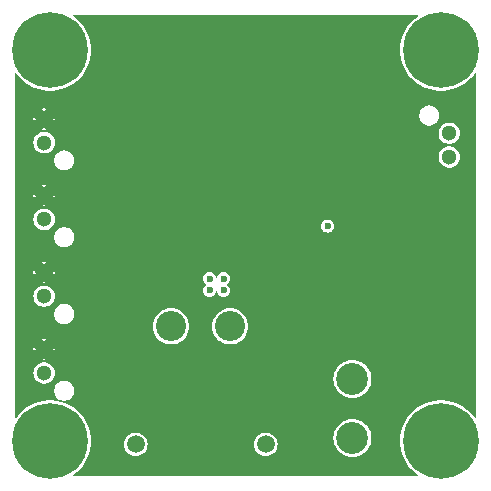
<source format=gbr>
%TF.GenerationSoftware,KiCad,Pcbnew,8.0.2*%
%TF.CreationDate,2024-05-06T11:08:46+09:00*%
%TF.ProjectId,5V-3A-BEC,35562d33-412d-4424-9543-2e6b69636164,0.1*%
%TF.SameCoordinates,Original*%
%TF.FileFunction,Copper,L2,Inr*%
%TF.FilePolarity,Positive*%
%FSLAX46Y46*%
G04 Gerber Fmt 4.6, Leading zero omitted, Abs format (unit mm)*
G04 Created by KiCad (PCBNEW 8.0.2) date 2024-05-06 11:08:46*
%MOMM*%
%LPD*%
G01*
G04 APERTURE LIST*
%TA.AperFunction,ComponentPad*%
%ADD10C,1.300000*%
%TD*%
%TA.AperFunction,ComponentPad*%
%ADD11C,0.800000*%
%TD*%
%TA.AperFunction,ComponentPad*%
%ADD12C,6.400000*%
%TD*%
%TA.AperFunction,ComponentPad*%
%ADD13C,2.550000*%
%TD*%
%TA.AperFunction,ComponentPad*%
%ADD14C,1.500000*%
%TD*%
%TA.AperFunction,ComponentPad*%
%ADD15C,2.700000*%
%TD*%
%TA.AperFunction,ViaPad*%
%ADD16C,0.600000*%
%TD*%
G04 APERTURE END LIST*
D10*
%TO.N,Net-(IC1-ENA)*%
%TO.C,J1*%
X134700000Y-113500000D03*
%TO.N,GND*%
X134700000Y-115500000D03*
%TD*%
%TO.N,GND*%
%TO.C,J6*%
X100400000Y-127300000D03*
%TO.N,+5V*%
X100400000Y-125300000D03*
%TD*%
D11*
%TO.N,N/C*%
%TO.C,H4*%
X131600000Y-106450001D03*
X132302944Y-104752945D03*
X132302944Y-108147057D03*
X134000000Y-104050001D03*
D12*
X134000000Y-106450001D03*
D11*
X134000000Y-108850001D03*
X135697056Y-104752945D03*
X135697056Y-108147057D03*
X136400000Y-106450001D03*
%TD*%
D10*
%TO.N,GND*%
%TO.C,J5*%
X100400000Y-120800000D03*
%TO.N,+5V*%
X100400000Y-118800000D03*
%TD*%
D11*
%TO.N,N/C*%
%TO.C,H1*%
X98500000Y-106450001D03*
X99202944Y-104752945D03*
X99202944Y-108147057D03*
X100900000Y-104050001D03*
D12*
X100900000Y-106450001D03*
D11*
X100900000Y-108850001D03*
X102597056Y-104752945D03*
X102597056Y-108147057D03*
X103300000Y-106450001D03*
%TD*%
D10*
%TO.N,GND*%
%TO.C,J7*%
X100400000Y-133800000D03*
%TO.N,+5V*%
X100400000Y-131800000D03*
%TD*%
D13*
%TO.N,GND*%
%TO.C,J2*%
X116150000Y-129850000D03*
%TO.N,+BATT*%
X111150000Y-129850000D03*
D14*
%TO.N,GND*%
X108150000Y-139850000D03*
X119150000Y-139850000D03*
%TD*%
D11*
%TO.N,N/C*%
%TO.C,H2*%
X98500000Y-139550001D03*
X99202944Y-137852945D03*
X99202944Y-141247057D03*
X100900000Y-137150001D03*
D12*
X100900000Y-139550001D03*
D11*
X100900000Y-141950001D03*
X102597056Y-137852945D03*
X102597056Y-141247057D03*
X103300000Y-139550001D03*
%TD*%
D15*
%TO.N,GND*%
%TO.C,J3*%
X126500000Y-139300000D03*
%TO.N,+BATT*%
X126500000Y-134300000D03*
%TD*%
D10*
%TO.N,GND*%
%TO.C,J4*%
X100400000Y-114300000D03*
%TO.N,+5V*%
X100400000Y-112300000D03*
%TD*%
D11*
%TO.N,N/C*%
%TO.C,H3*%
X131600000Y-139550001D03*
X132302944Y-137852945D03*
X132302944Y-141247057D03*
X134000000Y-137150001D03*
D12*
X134000000Y-139550001D03*
D11*
X134000000Y-141950001D03*
X135697056Y-137852945D03*
X135697056Y-141247057D03*
X136400000Y-139550001D03*
%TD*%
D16*
%TO.N,GND*%
X114400000Y-125800000D03*
X115600000Y-125800000D03*
X115600000Y-126800000D03*
X114400000Y-126800000D03*
%TO.N,+5V*%
X135500000Y-126750000D03*
%TO.N,Net-(IC1-ENA)*%
X124400000Y-121350000D03*
%TD*%
%TA.AperFunction,Conductor*%
%TO.N,+5V*%
G36*
X132060948Y-103514853D02*
G01*
X132075300Y-103549501D01*
X132060948Y-103584149D01*
X132055956Y-103588507D01*
X131760319Y-103813245D01*
X131760315Y-103813248D01*
X131760308Y-103813254D01*
X131488367Y-104070851D01*
X131488357Y-104070861D01*
X131245853Y-104356360D01*
X131035643Y-104666395D01*
X131035639Y-104666403D01*
X130860176Y-104997362D01*
X130860174Y-104997367D01*
X130721524Y-105345352D01*
X130721521Y-105345361D01*
X130621309Y-105706293D01*
X130560706Y-106075958D01*
X130560705Y-106075962D01*
X130540426Y-106449999D01*
X130540426Y-106450002D01*
X130560705Y-106824039D01*
X130560705Y-106824041D01*
X130560706Y-106824047D01*
X130609188Y-107119775D01*
X130621309Y-107193708D01*
X130721521Y-107554640D01*
X130721524Y-107554649D01*
X130860174Y-107902634D01*
X130860176Y-107902639D01*
X131035639Y-108233598D01*
X131035643Y-108233606D01*
X131245853Y-108543641D01*
X131488357Y-108829140D01*
X131488365Y-108829148D01*
X131760319Y-109086757D01*
X132058532Y-109313452D01*
X132058539Y-109313457D01*
X132240562Y-109422976D01*
X132379506Y-109506576D01*
X132506498Y-109565329D01*
X132719474Y-109663863D01*
X133074465Y-109783474D01*
X133074467Y-109783474D01*
X133366085Y-109847663D01*
X133440289Y-109863997D01*
X133440293Y-109863998D01*
X133440294Y-109863998D01*
X133440303Y-109864000D01*
X133812702Y-109904501D01*
X133812707Y-109904501D01*
X134187293Y-109904501D01*
X134187298Y-109904501D01*
X134559697Y-109864000D01*
X134925534Y-109783474D01*
X135280520Y-109663865D01*
X135280522Y-109663863D01*
X135280525Y-109663863D01*
X135366508Y-109624082D01*
X135620494Y-109506576D01*
X135941468Y-109313452D01*
X136239681Y-109086757D01*
X136511635Y-108829148D01*
X136754143Y-108543646D01*
X136859943Y-108387601D01*
X136891266Y-108366978D01*
X136927998Y-108374543D01*
X136948622Y-108405866D01*
X136949500Y-108415100D01*
X136949500Y-137584900D01*
X136935148Y-137619548D01*
X136900500Y-137633900D01*
X136865852Y-137619548D01*
X136859943Y-137612398D01*
X136754146Y-137456360D01*
X136511642Y-137170861D01*
X136511632Y-137170851D01*
X136239691Y-136913254D01*
X136239688Y-136913252D01*
X136239681Y-136913245D01*
X135941468Y-136686550D01*
X135941467Y-136686549D01*
X135941460Y-136686544D01*
X135620492Y-136493425D01*
X135280525Y-136336138D01*
X134925534Y-136216527D01*
X134925527Y-136216526D01*
X134559710Y-136136004D01*
X134559706Y-136136003D01*
X134559697Y-136136002D01*
X134187298Y-136095501D01*
X133812702Y-136095501D01*
X133502697Y-136129216D01*
X133440293Y-136136003D01*
X133440289Y-136136004D01*
X133074472Y-136216526D01*
X133074465Y-136216527D01*
X132719474Y-136336138D01*
X132379507Y-136493425D01*
X132058539Y-136686544D01*
X131904813Y-136803403D01*
X131760319Y-136913245D01*
X131760315Y-136913248D01*
X131760308Y-136913254D01*
X131488367Y-137170851D01*
X131488357Y-137170861D01*
X131245853Y-137456360D01*
X131035643Y-137766395D01*
X131035639Y-137766403D01*
X130860176Y-138097362D01*
X130860174Y-138097367D01*
X130721524Y-138445352D01*
X130721521Y-138445361D01*
X130621309Y-138806293D01*
X130603082Y-138917472D01*
X130567212Y-139136275D01*
X130560706Y-139175958D01*
X130560705Y-139175962D01*
X130540426Y-139549999D01*
X130540426Y-139550002D01*
X130560705Y-139924039D01*
X130560705Y-139924041D01*
X130560706Y-139924047D01*
X130609188Y-140219775D01*
X130621309Y-140293708D01*
X130721521Y-140654640D01*
X130721524Y-140654649D01*
X130860174Y-141002634D01*
X130860176Y-141002639D01*
X131035639Y-141333598D01*
X131035643Y-141333606D01*
X131245853Y-141643641D01*
X131488357Y-141929140D01*
X131488365Y-141929148D01*
X131760319Y-142186757D01*
X131970340Y-142346410D01*
X132055954Y-142411492D01*
X132074851Y-142443886D01*
X132065309Y-142480155D01*
X132032915Y-142499052D01*
X132026300Y-142499501D01*
X102873700Y-142499501D01*
X102839052Y-142485149D01*
X102824700Y-142450501D01*
X102839052Y-142415853D01*
X102844046Y-142411492D01*
X103139681Y-142186757D01*
X103411635Y-141929148D01*
X103654143Y-141643646D01*
X103864361Y-141333598D01*
X104039824Y-141002638D01*
X104178476Y-140654648D01*
X104278691Y-140293707D01*
X104339294Y-139924047D01*
X104343309Y-139849999D01*
X107140640Y-139849999D01*
X107140640Y-139850000D01*
X107160034Y-140046912D01*
X107160035Y-140046916D01*
X107217473Y-140236265D01*
X107248177Y-140293708D01*
X107310751Y-140410775D01*
X107436273Y-140563723D01*
X107436276Y-140563726D01*
X107589225Y-140689248D01*
X107589224Y-140689248D01*
X107589227Y-140689249D01*
X107589230Y-140689252D01*
X107763735Y-140782527D01*
X107953084Y-140839965D01*
X108150000Y-140859360D01*
X108346916Y-140839965D01*
X108536265Y-140782527D01*
X108710770Y-140689252D01*
X108863725Y-140563725D01*
X108989252Y-140410770D01*
X109082527Y-140236265D01*
X109139965Y-140046916D01*
X109159360Y-139850000D01*
X109159360Y-139849999D01*
X118140640Y-139849999D01*
X118140640Y-139850000D01*
X118160034Y-140046912D01*
X118160035Y-140046916D01*
X118217473Y-140236265D01*
X118248177Y-140293708D01*
X118310751Y-140410775D01*
X118436273Y-140563723D01*
X118436276Y-140563726D01*
X118589225Y-140689248D01*
X118589224Y-140689248D01*
X118589227Y-140689249D01*
X118589230Y-140689252D01*
X118763735Y-140782527D01*
X118953084Y-140839965D01*
X119150000Y-140859360D01*
X119346916Y-140839965D01*
X119536265Y-140782527D01*
X119710770Y-140689252D01*
X119863725Y-140563725D01*
X119989252Y-140410770D01*
X120082527Y-140236265D01*
X120139965Y-140046916D01*
X120159360Y-139850000D01*
X120139965Y-139653084D01*
X120082527Y-139463735D01*
X119995009Y-139300000D01*
X124890539Y-139300000D01*
X124910354Y-139551777D01*
X124969311Y-139797349D01*
X125065961Y-140030683D01*
X125065963Y-140030686D01*
X125197915Y-140246011D01*
X125197919Y-140246017D01*
X125361938Y-140438061D01*
X125509075Y-140563726D01*
X125553983Y-140602081D01*
X125553988Y-140602084D01*
X125769313Y-140734036D01*
X125769316Y-140734038D01*
X125769318Y-140734038D01*
X125769320Y-140734040D01*
X126002649Y-140830688D01*
X126248225Y-140889646D01*
X126500000Y-140909461D01*
X126751775Y-140889646D01*
X126997351Y-140830688D01*
X127230680Y-140734040D01*
X127446017Y-140602081D01*
X127638061Y-140438061D01*
X127802081Y-140246017D01*
X127934040Y-140030680D01*
X128030688Y-139797351D01*
X128089646Y-139551775D01*
X128109461Y-139300000D01*
X128089646Y-139048225D01*
X128030688Y-138802649D01*
X127934040Y-138569320D01*
X127802081Y-138353983D01*
X127778145Y-138325958D01*
X127638061Y-138161938D01*
X127446017Y-137997919D01*
X127446011Y-137997915D01*
X127230686Y-137865963D01*
X127230683Y-137865961D01*
X126997349Y-137769311D01*
X126751777Y-137710354D01*
X126500000Y-137690539D01*
X126248222Y-137710354D01*
X126002650Y-137769311D01*
X125769316Y-137865961D01*
X125769313Y-137865963D01*
X125553988Y-137997915D01*
X125553982Y-137997919D01*
X125361938Y-138161938D01*
X125197919Y-138353982D01*
X125197915Y-138353988D01*
X125065963Y-138569313D01*
X125065961Y-138569316D01*
X124969311Y-138802650D01*
X124910354Y-139048222D01*
X124890539Y-139300000D01*
X119995009Y-139300000D01*
X119989252Y-139289230D01*
X119989249Y-139289227D01*
X119989248Y-139289224D01*
X119863726Y-139136276D01*
X119863723Y-139136273D01*
X119710774Y-139010751D01*
X119710775Y-139010751D01*
X119710771Y-139010748D01*
X119710770Y-139010748D01*
X119536265Y-138917473D01*
X119441590Y-138888754D01*
X119346920Y-138860036D01*
X119346912Y-138860034D01*
X119150000Y-138840640D01*
X118953087Y-138860034D01*
X118953079Y-138860036D01*
X118763738Y-138917472D01*
X118763735Y-138917473D01*
X118763732Y-138917474D01*
X118763731Y-138917475D01*
X118589224Y-139010751D01*
X118436276Y-139136273D01*
X118436273Y-139136276D01*
X118310751Y-139289224D01*
X118217475Y-139463731D01*
X118217472Y-139463738D01*
X118160036Y-139653079D01*
X118160034Y-139653087D01*
X118140640Y-139849999D01*
X109159360Y-139849999D01*
X109139965Y-139653084D01*
X109082527Y-139463735D01*
X108989252Y-139289230D01*
X108989249Y-139289227D01*
X108989248Y-139289224D01*
X108863726Y-139136276D01*
X108863723Y-139136273D01*
X108710774Y-139010751D01*
X108710775Y-139010751D01*
X108710771Y-139010748D01*
X108710770Y-139010748D01*
X108536265Y-138917473D01*
X108441590Y-138888754D01*
X108346920Y-138860036D01*
X108346912Y-138860034D01*
X108150000Y-138840640D01*
X107953087Y-138860034D01*
X107953079Y-138860036D01*
X107763738Y-138917472D01*
X107763735Y-138917473D01*
X107763732Y-138917474D01*
X107763731Y-138917475D01*
X107589224Y-139010751D01*
X107436276Y-139136273D01*
X107436273Y-139136276D01*
X107310751Y-139289224D01*
X107217475Y-139463731D01*
X107217472Y-139463738D01*
X107160036Y-139653079D01*
X107160034Y-139653087D01*
X107140640Y-139849999D01*
X104343309Y-139849999D01*
X104359574Y-139550001D01*
X104339294Y-139175955D01*
X104278691Y-138806295D01*
X104178476Y-138445354D01*
X104039824Y-138097364D01*
X103864361Y-137766404D01*
X103864359Y-137766401D01*
X103864356Y-137766395D01*
X103654146Y-137456360D01*
X103411642Y-137170861D01*
X103411632Y-137170851D01*
X103139691Y-136913254D01*
X103139688Y-136913252D01*
X103139681Y-136913245D01*
X102841468Y-136686550D01*
X102841467Y-136686549D01*
X102841460Y-136686544D01*
X102520492Y-136493425D01*
X102180525Y-136336138D01*
X101825534Y-136216527D01*
X101825527Y-136216526D01*
X101459710Y-136136004D01*
X101459706Y-136136003D01*
X101459697Y-136136002D01*
X101087298Y-136095501D01*
X100712702Y-136095501D01*
X100402697Y-136129216D01*
X100340293Y-136136003D01*
X100340289Y-136136004D01*
X99974472Y-136216526D01*
X99974465Y-136216527D01*
X99619474Y-136336138D01*
X99279507Y-136493425D01*
X98958539Y-136686544D01*
X98804813Y-136803403D01*
X98660319Y-136913245D01*
X98660315Y-136913248D01*
X98660308Y-136913254D01*
X98388367Y-137170851D01*
X98388357Y-137170861D01*
X98145853Y-137456360D01*
X98040057Y-137612398D01*
X98008734Y-137633022D01*
X97972002Y-137625457D01*
X97951378Y-137594134D01*
X97950500Y-137584900D01*
X97950500Y-135216233D01*
X101249500Y-135216233D01*
X101249500Y-135383767D01*
X101260300Y-135438061D01*
X101282183Y-135548079D01*
X101282185Y-135548085D01*
X101346296Y-135702862D01*
X101439371Y-135842159D01*
X101557840Y-135960628D01*
X101697137Y-136053703D01*
X101851918Y-136117816D01*
X102016233Y-136150500D01*
X102016236Y-136150500D01*
X102183764Y-136150500D01*
X102183767Y-136150500D01*
X102348082Y-136117816D01*
X102502863Y-136053703D01*
X102642162Y-135960626D01*
X102760626Y-135842162D01*
X102853703Y-135702863D01*
X102917816Y-135548082D01*
X102950500Y-135383767D01*
X102950500Y-135216233D01*
X102917816Y-135051918D01*
X102853703Y-134897137D01*
X102787027Y-134797349D01*
X102760628Y-134757840D01*
X102642159Y-134639371D01*
X102502862Y-134546296D01*
X102348085Y-134482185D01*
X102348079Y-134482183D01*
X102281816Y-134469002D01*
X102183767Y-134449500D01*
X102016233Y-134449500D01*
X101934451Y-134465767D01*
X101851920Y-134482183D01*
X101851914Y-134482185D01*
X101697137Y-134546296D01*
X101557840Y-134639371D01*
X101439371Y-134757840D01*
X101346296Y-134897137D01*
X101282185Y-135051914D01*
X101282183Y-135051920D01*
X101265767Y-135134451D01*
X101249500Y-135216233D01*
X97950500Y-135216233D01*
X97950500Y-133800000D01*
X99490518Y-133800000D01*
X99510392Y-133989092D01*
X99569147Y-134169920D01*
X99664214Y-134334580D01*
X99791438Y-134475877D01*
X99945259Y-134587635D01*
X100118955Y-134664969D01*
X100304933Y-134704500D01*
X100495067Y-134704500D01*
X100681045Y-134664969D01*
X100854741Y-134587635D01*
X101008562Y-134475877D01*
X101135786Y-134334580D01*
X101155751Y-134300000D01*
X124890539Y-134300000D01*
X124910354Y-134551777D01*
X124969311Y-134797349D01*
X125065961Y-135030683D01*
X125065963Y-135030686D01*
X125197915Y-135246011D01*
X125197919Y-135246017D01*
X125361938Y-135438061D01*
X125490754Y-135548079D01*
X125553983Y-135602081D01*
X125553988Y-135602084D01*
X125769313Y-135734036D01*
X125769316Y-135734038D01*
X125769318Y-135734038D01*
X125769320Y-135734040D01*
X126002649Y-135830688D01*
X126248225Y-135889646D01*
X126500000Y-135909461D01*
X126751775Y-135889646D01*
X126997351Y-135830688D01*
X127230680Y-135734040D01*
X127446017Y-135602081D01*
X127638061Y-135438061D01*
X127802081Y-135246017D01*
X127934040Y-135030680D01*
X128030688Y-134797351D01*
X128089646Y-134551775D01*
X128109461Y-134300000D01*
X128089646Y-134048225D01*
X128030688Y-133802649D01*
X127934040Y-133569320D01*
X127802081Y-133353983D01*
X127726438Y-133265416D01*
X127638061Y-133161938D01*
X127446017Y-132997919D01*
X127446011Y-132997915D01*
X127230686Y-132865963D01*
X127230683Y-132865961D01*
X126997349Y-132769311D01*
X126751777Y-132710354D01*
X126500000Y-132690539D01*
X126248222Y-132710354D01*
X126002650Y-132769311D01*
X125769316Y-132865961D01*
X125769313Y-132865963D01*
X125553988Y-132997915D01*
X125553982Y-132997919D01*
X125361938Y-133161938D01*
X125197919Y-133353982D01*
X125197915Y-133353988D01*
X125065963Y-133569313D01*
X125065961Y-133569316D01*
X124969311Y-133802650D01*
X124910354Y-134048222D01*
X124890539Y-134300000D01*
X101155751Y-134300000D01*
X101230853Y-134169920D01*
X101289608Y-133989092D01*
X101309482Y-133800000D01*
X101289608Y-133610908D01*
X101230853Y-133430080D01*
X101135786Y-133265420D01*
X101008562Y-133124123D01*
X100854741Y-133012365D01*
X100681045Y-132935031D01*
X100681042Y-132935030D01*
X100681038Y-132935029D01*
X100495067Y-132895500D01*
X100304933Y-132895500D01*
X100118961Y-132935029D01*
X100118952Y-132935032D01*
X99977714Y-132997915D01*
X99945259Y-133012365D01*
X99791438Y-133124123D01*
X99791437Y-133124124D01*
X99791433Y-133124127D01*
X99664217Y-133265416D01*
X99664211Y-133265424D01*
X99569149Y-133430076D01*
X99569147Y-133430079D01*
X99569147Y-133430080D01*
X99510392Y-133610908D01*
X99490518Y-133800000D01*
X97950500Y-133800000D01*
X97950500Y-132682767D01*
X100224337Y-132682767D01*
X100224337Y-132682768D01*
X100305406Y-132700000D01*
X100494594Y-132700000D01*
X100575661Y-132682768D01*
X100575661Y-132682767D01*
X100400000Y-132507107D01*
X100224337Y-132682767D01*
X97950500Y-132682767D01*
X97950500Y-131799999D01*
X99495043Y-131799999D01*
X99513859Y-131979033D01*
X99692893Y-131800000D01*
X99692893Y-131799999D01*
X99640233Y-131747339D01*
X100000000Y-131747339D01*
X100000000Y-131852661D01*
X100027259Y-131954394D01*
X100079920Y-132045606D01*
X100154394Y-132120080D01*
X100245606Y-132172741D01*
X100347339Y-132200000D01*
X100452661Y-132200000D01*
X100554394Y-132172741D01*
X100645606Y-132120080D01*
X100720080Y-132045606D01*
X100772741Y-131954394D01*
X100800000Y-131852661D01*
X100800000Y-131799999D01*
X101107107Y-131799999D01*
X101107107Y-131800001D01*
X101286139Y-131979033D01*
X101304956Y-131799999D01*
X101286139Y-131620965D01*
X101107107Y-131799999D01*
X100800000Y-131799999D01*
X100800000Y-131747339D01*
X100772741Y-131645606D01*
X100720080Y-131554394D01*
X100645606Y-131479920D01*
X100554394Y-131427259D01*
X100452661Y-131400000D01*
X100347339Y-131400000D01*
X100245606Y-131427259D01*
X100154394Y-131479920D01*
X100079920Y-131554394D01*
X100027259Y-131645606D01*
X100000000Y-131747339D01*
X99640233Y-131747339D01*
X99513859Y-131620965D01*
X99495043Y-131799999D01*
X97950500Y-131799999D01*
X97950500Y-130917231D01*
X100224337Y-130917231D01*
X100400000Y-131092893D01*
X100400001Y-131092893D01*
X100575661Y-130917231D01*
X100494594Y-130900000D01*
X100305406Y-130900000D01*
X100224338Y-130917231D01*
X100224337Y-130917231D01*
X97950500Y-130917231D01*
X97950500Y-129850000D01*
X109615770Y-129850000D01*
X109634659Y-130090008D01*
X109690860Y-130324103D01*
X109782990Y-130546524D01*
X109782994Y-130546532D01*
X109908778Y-130751792D01*
X109908782Y-130751798D01*
X110065135Y-130934864D01*
X110221489Y-131068402D01*
X110248202Y-131091218D01*
X110453474Y-131217009D01*
X110564685Y-131263074D01*
X110675896Y-131309139D01*
X110784009Y-131335094D01*
X110909994Y-131365341D01*
X111150000Y-131384230D01*
X111390006Y-131365341D01*
X111624103Y-131309139D01*
X111846526Y-131217009D01*
X112051798Y-131091218D01*
X112234864Y-130934864D01*
X112391218Y-130751798D01*
X112517009Y-130546526D01*
X112609139Y-130324103D01*
X112665341Y-130090006D01*
X112684230Y-129850000D01*
X114615770Y-129850000D01*
X114634659Y-130090008D01*
X114690860Y-130324103D01*
X114782990Y-130546524D01*
X114782994Y-130546532D01*
X114908778Y-130751792D01*
X114908782Y-130751798D01*
X115065135Y-130934864D01*
X115221489Y-131068402D01*
X115248202Y-131091218D01*
X115453474Y-131217009D01*
X115564685Y-131263074D01*
X115675896Y-131309139D01*
X115784009Y-131335094D01*
X115909994Y-131365341D01*
X116150000Y-131384230D01*
X116390006Y-131365341D01*
X116624103Y-131309139D01*
X116846526Y-131217009D01*
X117051798Y-131091218D01*
X117234864Y-130934864D01*
X117391218Y-130751798D01*
X117517009Y-130546526D01*
X117609139Y-130324103D01*
X117665341Y-130090006D01*
X117684230Y-129850000D01*
X117665341Y-129609994D01*
X117609139Y-129375897D01*
X117595164Y-129342159D01*
X117517009Y-129153475D01*
X117517005Y-129153467D01*
X117391221Y-128948207D01*
X117391217Y-128948201D01*
X117234864Y-128765135D01*
X117051798Y-128608782D01*
X117051792Y-128608778D01*
X116846532Y-128482994D01*
X116846524Y-128482990D01*
X116624103Y-128390860D01*
X116390008Y-128334659D01*
X116150000Y-128315770D01*
X115909991Y-128334659D01*
X115675896Y-128390860D01*
X115453475Y-128482990D01*
X115453467Y-128482994D01*
X115248207Y-128608778D01*
X115248201Y-128608782D01*
X115065135Y-128765135D01*
X114908782Y-128948201D01*
X114908778Y-128948207D01*
X114782994Y-129153467D01*
X114782990Y-129153475D01*
X114690860Y-129375896D01*
X114634659Y-129609991D01*
X114615770Y-129850000D01*
X112684230Y-129850000D01*
X112665341Y-129609994D01*
X112609139Y-129375897D01*
X112595164Y-129342159D01*
X112517009Y-129153475D01*
X112517005Y-129153467D01*
X112391221Y-128948207D01*
X112391217Y-128948201D01*
X112234864Y-128765135D01*
X112051798Y-128608782D01*
X112051792Y-128608778D01*
X111846532Y-128482994D01*
X111846524Y-128482990D01*
X111624103Y-128390860D01*
X111390008Y-128334659D01*
X111150000Y-128315770D01*
X110909991Y-128334659D01*
X110675896Y-128390860D01*
X110453475Y-128482990D01*
X110453467Y-128482994D01*
X110248207Y-128608778D01*
X110248201Y-128608782D01*
X110065135Y-128765135D01*
X109908782Y-128948201D01*
X109908778Y-128948207D01*
X109782994Y-129153467D01*
X109782990Y-129153475D01*
X109690860Y-129375896D01*
X109634659Y-129609991D01*
X109615770Y-129850000D01*
X97950500Y-129850000D01*
X97950500Y-128716233D01*
X101249500Y-128716233D01*
X101249500Y-128883767D01*
X101262317Y-128948201D01*
X101282183Y-129048079D01*
X101282185Y-129048085D01*
X101346296Y-129202862D01*
X101439371Y-129342159D01*
X101557840Y-129460628D01*
X101697137Y-129553703D01*
X101851918Y-129617816D01*
X102016233Y-129650500D01*
X102016236Y-129650500D01*
X102183764Y-129650500D01*
X102183767Y-129650500D01*
X102348082Y-129617816D01*
X102502863Y-129553703D01*
X102642162Y-129460626D01*
X102760626Y-129342162D01*
X102853703Y-129202863D01*
X102917816Y-129048082D01*
X102950500Y-128883767D01*
X102950500Y-128716233D01*
X102917816Y-128551918D01*
X102853703Y-128397137D01*
X102760628Y-128257840D01*
X102642159Y-128139371D01*
X102502862Y-128046296D01*
X102348085Y-127982185D01*
X102348079Y-127982183D01*
X102281816Y-127969002D01*
X102183767Y-127949500D01*
X102016233Y-127949500D01*
X101934451Y-127965767D01*
X101851920Y-127982183D01*
X101851914Y-127982185D01*
X101697137Y-128046296D01*
X101557840Y-128139371D01*
X101439371Y-128257840D01*
X101346296Y-128397137D01*
X101282185Y-128551914D01*
X101282183Y-128551920D01*
X101270874Y-128608778D01*
X101249500Y-128716233D01*
X97950500Y-128716233D01*
X97950500Y-127300000D01*
X99490518Y-127300000D01*
X99510392Y-127489092D01*
X99569147Y-127669920D01*
X99664214Y-127834580D01*
X99791438Y-127975877D01*
X99945259Y-128087635D01*
X100118955Y-128164969D01*
X100304933Y-128204500D01*
X100495067Y-128204500D01*
X100681045Y-128164969D01*
X100854741Y-128087635D01*
X101008562Y-127975877D01*
X101135786Y-127834580D01*
X101230853Y-127669920D01*
X101289608Y-127489092D01*
X101309482Y-127300000D01*
X101289608Y-127110908D01*
X101230853Y-126930080D01*
X101135786Y-126765420D01*
X101008562Y-126624123D01*
X100854741Y-126512365D01*
X100681045Y-126435031D01*
X100681042Y-126435030D01*
X100681038Y-126435029D01*
X100495067Y-126395500D01*
X100304933Y-126395500D01*
X100118961Y-126435029D01*
X100118952Y-126435032D01*
X99945259Y-126512365D01*
X99791438Y-126624123D01*
X99791437Y-126624124D01*
X99791433Y-126624127D01*
X99664217Y-126765416D01*
X99664211Y-126765424D01*
X99569149Y-126930076D01*
X99569147Y-126930079D01*
X99520551Y-127079643D01*
X99510392Y-127110908D01*
X99490518Y-127300000D01*
X97950500Y-127300000D01*
X97950500Y-126182767D01*
X100224337Y-126182767D01*
X100224337Y-126182768D01*
X100305406Y-126200000D01*
X100494594Y-126200000D01*
X100575661Y-126182768D01*
X100575661Y-126182767D01*
X100400000Y-126007107D01*
X100224337Y-126182767D01*
X97950500Y-126182767D01*
X97950500Y-125800000D01*
X113840715Y-125800000D01*
X113859771Y-125944753D01*
X113915642Y-126079638D01*
X113915645Y-126079643D01*
X114004526Y-126195474D01*
X114090085Y-126261126D01*
X114108836Y-126293605D01*
X114099129Y-126329830D01*
X114090085Y-126338874D01*
X114004524Y-126404527D01*
X113915645Y-126520357D01*
X113915644Y-126520359D01*
X113859771Y-126655247D01*
X113840715Y-126800000D01*
X113859771Y-126944753D01*
X113915642Y-127079638D01*
X113915645Y-127079643D01*
X114004526Y-127195474D01*
X114120357Y-127284355D01*
X114120359Y-127284355D01*
X114120361Y-127284357D01*
X114158127Y-127300000D01*
X114255246Y-127340228D01*
X114400000Y-127359285D01*
X114544754Y-127340228D01*
X114679643Y-127284355D01*
X114795474Y-127195474D01*
X114884355Y-127079643D01*
X114940228Y-126944754D01*
X114951419Y-126859747D01*
X114970171Y-126827270D01*
X115006396Y-126817563D01*
X115038874Y-126836315D01*
X115048581Y-126859748D01*
X115059771Y-126944753D01*
X115115642Y-127079638D01*
X115115645Y-127079643D01*
X115204526Y-127195474D01*
X115320357Y-127284355D01*
X115320359Y-127284355D01*
X115320361Y-127284357D01*
X115358127Y-127300000D01*
X115455246Y-127340228D01*
X115600000Y-127359285D01*
X115744754Y-127340228D01*
X115879643Y-127284355D01*
X115995474Y-127195474D01*
X116084355Y-127079643D01*
X116140228Y-126944754D01*
X116159285Y-126800000D01*
X116140228Y-126655246D01*
X116084355Y-126520358D01*
X115995474Y-126404526D01*
X115909914Y-126338873D01*
X115891163Y-126306396D01*
X115900870Y-126270171D01*
X115909915Y-126261126D01*
X115995474Y-126195474D01*
X116084355Y-126079643D01*
X116140228Y-125944754D01*
X116159285Y-125800000D01*
X116140228Y-125655246D01*
X116084355Y-125520358D01*
X115995474Y-125404526D01*
X115879643Y-125315645D01*
X115879641Y-125315644D01*
X115879638Y-125315642D01*
X115744753Y-125259771D01*
X115600000Y-125240715D01*
X115455247Y-125259771D01*
X115320359Y-125315644D01*
X115320357Y-125315645D01*
X115204526Y-125404525D01*
X115204525Y-125404526D01*
X115115645Y-125520357D01*
X115115644Y-125520359D01*
X115059771Y-125655247D01*
X115048581Y-125740251D01*
X115029829Y-125772729D01*
X114993604Y-125782436D01*
X114961126Y-125763684D01*
X114951419Y-125740251D01*
X114940228Y-125655247D01*
X114925662Y-125620080D01*
X114884355Y-125520358D01*
X114795474Y-125404526D01*
X114679643Y-125315645D01*
X114679641Y-125315644D01*
X114679638Y-125315642D01*
X114544753Y-125259771D01*
X114400000Y-125240715D01*
X114255247Y-125259771D01*
X114120359Y-125315644D01*
X114120357Y-125315645D01*
X114004526Y-125404525D01*
X114004525Y-125404526D01*
X113915645Y-125520357D01*
X113915644Y-125520359D01*
X113859771Y-125655247D01*
X113840715Y-125800000D01*
X97950500Y-125800000D01*
X97950500Y-125299999D01*
X99495043Y-125299999D01*
X99513859Y-125479033D01*
X99692893Y-125300000D01*
X99692893Y-125299999D01*
X99640233Y-125247339D01*
X100000000Y-125247339D01*
X100000000Y-125352661D01*
X100027259Y-125454394D01*
X100079920Y-125545606D01*
X100154394Y-125620080D01*
X100245606Y-125672741D01*
X100347339Y-125700000D01*
X100452661Y-125700000D01*
X100554394Y-125672741D01*
X100645606Y-125620080D01*
X100720080Y-125545606D01*
X100772741Y-125454394D01*
X100800000Y-125352661D01*
X100800000Y-125299999D01*
X101107107Y-125299999D01*
X101107107Y-125300001D01*
X101286139Y-125479033D01*
X101304956Y-125299999D01*
X101286139Y-125120965D01*
X101107107Y-125299999D01*
X100800000Y-125299999D01*
X100800000Y-125247339D01*
X100772741Y-125145606D01*
X100720080Y-125054394D01*
X100645606Y-124979920D01*
X100554394Y-124927259D01*
X100452661Y-124900000D01*
X100347339Y-124900000D01*
X100245606Y-124927259D01*
X100154394Y-124979920D01*
X100079920Y-125054394D01*
X100027259Y-125145606D01*
X100000000Y-125247339D01*
X99640233Y-125247339D01*
X99513859Y-125120965D01*
X99495043Y-125299999D01*
X97950500Y-125299999D01*
X97950500Y-124417231D01*
X100224337Y-124417231D01*
X100400000Y-124592893D01*
X100400001Y-124592893D01*
X100575661Y-124417231D01*
X100494594Y-124400000D01*
X100305406Y-124400000D01*
X100224338Y-124417231D01*
X100224337Y-124417231D01*
X97950500Y-124417231D01*
X97950500Y-122216233D01*
X101249500Y-122216233D01*
X101249500Y-122383767D01*
X101271189Y-122492809D01*
X101282183Y-122548079D01*
X101282185Y-122548085D01*
X101346296Y-122702862D01*
X101439371Y-122842159D01*
X101557840Y-122960628D01*
X101697137Y-123053703D01*
X101851918Y-123117816D01*
X102016233Y-123150500D01*
X102016236Y-123150500D01*
X102183764Y-123150500D01*
X102183767Y-123150500D01*
X102348082Y-123117816D01*
X102502863Y-123053703D01*
X102642162Y-122960626D01*
X102760626Y-122842162D01*
X102853703Y-122702863D01*
X102917816Y-122548082D01*
X102950500Y-122383767D01*
X102950500Y-122216233D01*
X102917816Y-122051918D01*
X102853703Y-121897137D01*
X102811755Y-121834357D01*
X102760628Y-121757840D01*
X102642159Y-121639371D01*
X102502862Y-121546296D01*
X102348085Y-121482185D01*
X102348079Y-121482183D01*
X102281816Y-121469002D01*
X102183767Y-121449500D01*
X102016233Y-121449500D01*
X101934451Y-121465767D01*
X101851920Y-121482183D01*
X101851914Y-121482185D01*
X101697137Y-121546296D01*
X101557840Y-121639371D01*
X101439371Y-121757840D01*
X101346296Y-121897137D01*
X101282185Y-122051914D01*
X101282183Y-122051920D01*
X101265767Y-122134451D01*
X101249500Y-122216233D01*
X97950500Y-122216233D01*
X97950500Y-120800000D01*
X99490518Y-120800000D01*
X99510392Y-120989092D01*
X99569147Y-121169920D01*
X99664214Y-121334580D01*
X99791438Y-121475877D01*
X99945259Y-121587635D01*
X100118955Y-121664969D01*
X100304933Y-121704500D01*
X100495067Y-121704500D01*
X100681045Y-121664969D01*
X100854741Y-121587635D01*
X101008562Y-121475877D01*
X101121902Y-121350000D01*
X123840715Y-121350000D01*
X123859771Y-121494753D01*
X123915642Y-121629638D01*
X123915645Y-121629643D01*
X124004526Y-121745474D01*
X124120357Y-121834355D01*
X124120359Y-121834355D01*
X124120361Y-121834357D01*
X124255246Y-121890228D01*
X124400000Y-121909285D01*
X124544754Y-121890228D01*
X124679643Y-121834355D01*
X124795474Y-121745474D01*
X124884355Y-121629643D01*
X124940228Y-121494754D01*
X124959285Y-121350000D01*
X124940228Y-121205246D01*
X124884355Y-121070358D01*
X124795474Y-120954526D01*
X124679643Y-120865645D01*
X124679641Y-120865644D01*
X124679638Y-120865642D01*
X124544753Y-120809771D01*
X124400000Y-120790715D01*
X124255247Y-120809771D01*
X124120359Y-120865644D01*
X124120357Y-120865645D01*
X124004526Y-120954525D01*
X124004525Y-120954526D01*
X123915645Y-121070357D01*
X123915644Y-121070359D01*
X123859771Y-121205247D01*
X123840715Y-121350000D01*
X101121902Y-121350000D01*
X101135786Y-121334580D01*
X101230853Y-121169920D01*
X101289608Y-120989092D01*
X101309482Y-120800000D01*
X101289608Y-120610908D01*
X101230853Y-120430080D01*
X101135786Y-120265420D01*
X101008562Y-120124123D01*
X100854741Y-120012365D01*
X100681045Y-119935031D01*
X100681042Y-119935030D01*
X100681038Y-119935029D01*
X100495067Y-119895500D01*
X100304933Y-119895500D01*
X100118961Y-119935029D01*
X100118952Y-119935032D01*
X99945259Y-120012365D01*
X99791438Y-120124123D01*
X99791437Y-120124124D01*
X99791433Y-120124127D01*
X99664217Y-120265416D01*
X99664211Y-120265424D01*
X99569149Y-120430076D01*
X99569147Y-120430079D01*
X99569147Y-120430080D01*
X99510392Y-120610908D01*
X99490518Y-120800000D01*
X97950500Y-120800000D01*
X97950500Y-119682767D01*
X100224337Y-119682767D01*
X100224337Y-119682768D01*
X100305406Y-119700000D01*
X100494594Y-119700000D01*
X100575661Y-119682768D01*
X100575661Y-119682767D01*
X100400000Y-119507107D01*
X100224337Y-119682767D01*
X97950500Y-119682767D01*
X97950500Y-118799999D01*
X99495043Y-118799999D01*
X99513859Y-118979033D01*
X99692893Y-118800000D01*
X99692893Y-118799999D01*
X99640233Y-118747339D01*
X100000000Y-118747339D01*
X100000000Y-118852661D01*
X100027259Y-118954394D01*
X100079920Y-119045606D01*
X100154394Y-119120080D01*
X100245606Y-119172741D01*
X100347339Y-119200000D01*
X100452661Y-119200000D01*
X100554394Y-119172741D01*
X100645606Y-119120080D01*
X100720080Y-119045606D01*
X100772741Y-118954394D01*
X100800000Y-118852661D01*
X100800000Y-118799999D01*
X101107107Y-118799999D01*
X101107107Y-118800001D01*
X101286139Y-118979033D01*
X101304956Y-118799999D01*
X101286139Y-118620965D01*
X101107107Y-118799999D01*
X100800000Y-118799999D01*
X100800000Y-118747339D01*
X100772741Y-118645606D01*
X100720080Y-118554394D01*
X100645606Y-118479920D01*
X100554394Y-118427259D01*
X100452661Y-118400000D01*
X100347339Y-118400000D01*
X100245606Y-118427259D01*
X100154394Y-118479920D01*
X100079920Y-118554394D01*
X100027259Y-118645606D01*
X100000000Y-118747339D01*
X99640233Y-118747339D01*
X99513859Y-118620965D01*
X99495043Y-118799999D01*
X97950500Y-118799999D01*
X97950500Y-117917231D01*
X100224337Y-117917231D01*
X100400000Y-118092893D01*
X100400001Y-118092893D01*
X100575661Y-117917231D01*
X100494594Y-117900000D01*
X100305406Y-117900000D01*
X100224338Y-117917231D01*
X100224337Y-117917231D01*
X97950500Y-117917231D01*
X97950500Y-115716233D01*
X101249500Y-115716233D01*
X101249500Y-115883767D01*
X101271189Y-115992809D01*
X101282183Y-116048079D01*
X101282185Y-116048085D01*
X101346296Y-116202862D01*
X101439371Y-116342159D01*
X101557840Y-116460628D01*
X101697137Y-116553703D01*
X101851918Y-116617816D01*
X102016233Y-116650500D01*
X102016236Y-116650500D01*
X102183764Y-116650500D01*
X102183767Y-116650500D01*
X102348082Y-116617816D01*
X102502863Y-116553703D01*
X102642162Y-116460626D01*
X102760626Y-116342162D01*
X102853703Y-116202863D01*
X102917816Y-116048082D01*
X102950500Y-115883767D01*
X102950500Y-115716233D01*
X102917816Y-115551918D01*
X102896311Y-115500000D01*
X133790518Y-115500000D01*
X133810392Y-115689092D01*
X133869147Y-115869920D01*
X133964214Y-116034580D01*
X134091438Y-116175877D01*
X134245259Y-116287635D01*
X134418955Y-116364969D01*
X134604933Y-116404500D01*
X134795067Y-116404500D01*
X134981045Y-116364969D01*
X135154741Y-116287635D01*
X135308562Y-116175877D01*
X135435786Y-116034580D01*
X135530853Y-115869920D01*
X135589608Y-115689092D01*
X135609482Y-115500000D01*
X135589608Y-115310908D01*
X135530853Y-115130080D01*
X135435786Y-114965420D01*
X135372174Y-114894771D01*
X135308566Y-114824127D01*
X135308564Y-114824126D01*
X135308562Y-114824123D01*
X135154741Y-114712365D01*
X134981045Y-114635031D01*
X134981042Y-114635030D01*
X134981038Y-114635029D01*
X134795067Y-114595500D01*
X134604933Y-114595500D01*
X134418961Y-114635029D01*
X134418952Y-114635032D01*
X134245259Y-114712365D01*
X134091438Y-114824123D01*
X134091437Y-114824124D01*
X134091433Y-114824127D01*
X133964217Y-114965416D01*
X133964211Y-114965424D01*
X133869149Y-115130076D01*
X133869147Y-115130079D01*
X133827636Y-115257838D01*
X133810392Y-115310908D01*
X133790518Y-115500000D01*
X102896311Y-115500000D01*
X102853703Y-115397137D01*
X102760628Y-115257840D01*
X102642159Y-115139371D01*
X102502862Y-115046296D01*
X102348085Y-114982185D01*
X102348079Y-114982183D01*
X102263823Y-114965424D01*
X102183767Y-114949500D01*
X102016233Y-114949500D01*
X101936217Y-114965416D01*
X101851920Y-114982183D01*
X101851914Y-114982185D01*
X101697137Y-115046296D01*
X101557840Y-115139371D01*
X101439371Y-115257840D01*
X101346296Y-115397137D01*
X101282185Y-115551914D01*
X101282183Y-115551920D01*
X101265767Y-115634451D01*
X101249500Y-115716233D01*
X97950500Y-115716233D01*
X97950500Y-114300000D01*
X99490518Y-114300000D01*
X99510392Y-114489092D01*
X99569147Y-114669920D01*
X99664214Y-114834580D01*
X99664217Y-114834583D01*
X99782022Y-114965420D01*
X99791438Y-114975877D01*
X99945259Y-115087635D01*
X100118955Y-115164969D01*
X100304933Y-115204500D01*
X100495067Y-115204500D01*
X100681045Y-115164969D01*
X100854741Y-115087635D01*
X101008562Y-114975877D01*
X101135786Y-114834580D01*
X101230853Y-114669920D01*
X101289608Y-114489092D01*
X101309482Y-114300000D01*
X101289608Y-114110908D01*
X101230853Y-113930080D01*
X101135786Y-113765420D01*
X101008562Y-113624123D01*
X100854741Y-113512365D01*
X100826969Y-113500000D01*
X133790518Y-113500000D01*
X133810392Y-113689092D01*
X133869147Y-113869920D01*
X133964214Y-114034580D01*
X134091438Y-114175877D01*
X134245259Y-114287635D01*
X134418955Y-114364969D01*
X134604933Y-114404500D01*
X134795067Y-114404500D01*
X134981045Y-114364969D01*
X135154741Y-114287635D01*
X135308562Y-114175877D01*
X135435786Y-114034580D01*
X135530853Y-113869920D01*
X135589608Y-113689092D01*
X135609482Y-113500000D01*
X135589608Y-113310908D01*
X135530853Y-113130080D01*
X135435786Y-112965420D01*
X135308562Y-112824123D01*
X135154741Y-112712365D01*
X134981045Y-112635031D01*
X134981042Y-112635030D01*
X134981038Y-112635029D01*
X134795067Y-112595500D01*
X134604933Y-112595500D01*
X134418961Y-112635029D01*
X134418952Y-112635032D01*
X134334256Y-112672741D01*
X134245259Y-112712365D01*
X134091438Y-112824123D01*
X134091437Y-112824124D01*
X134091433Y-112824127D01*
X133964217Y-112965416D01*
X133964211Y-112965424D01*
X133869149Y-113130076D01*
X133869147Y-113130079D01*
X133852028Y-113182768D01*
X133810392Y-113310908D01*
X133790518Y-113500000D01*
X100826969Y-113500000D01*
X100681045Y-113435031D01*
X100681042Y-113435030D01*
X100681038Y-113435029D01*
X100495067Y-113395500D01*
X100304933Y-113395500D01*
X100118961Y-113435029D01*
X100118952Y-113435032D01*
X99973031Y-113500000D01*
X99945259Y-113512365D01*
X99791438Y-113624123D01*
X99791437Y-113624124D01*
X99791433Y-113624127D01*
X99664217Y-113765416D01*
X99664211Y-113765424D01*
X99569149Y-113930076D01*
X99569147Y-113930079D01*
X99535192Y-114034583D01*
X99510392Y-114110908D01*
X99490518Y-114300000D01*
X97950500Y-114300000D01*
X97950500Y-113182767D01*
X100224337Y-113182767D01*
X100224337Y-113182768D01*
X100305406Y-113200000D01*
X100494594Y-113200000D01*
X100575661Y-113182768D01*
X100575661Y-113182767D01*
X100400000Y-113007107D01*
X100224337Y-113182767D01*
X97950500Y-113182767D01*
X97950500Y-112299999D01*
X99495043Y-112299999D01*
X99513859Y-112479033D01*
X99692893Y-112300000D01*
X99692893Y-112299999D01*
X99640233Y-112247339D01*
X100000000Y-112247339D01*
X100000000Y-112352661D01*
X100027259Y-112454394D01*
X100079920Y-112545606D01*
X100154394Y-112620080D01*
X100245606Y-112672741D01*
X100347339Y-112700000D01*
X100452661Y-112700000D01*
X100554394Y-112672741D01*
X100645606Y-112620080D01*
X100720080Y-112545606D01*
X100772741Y-112454394D01*
X100800000Y-112352661D01*
X100800000Y-112299999D01*
X101107107Y-112299999D01*
X101107107Y-112300001D01*
X101286139Y-112479033D01*
X101304956Y-112299999D01*
X101286139Y-112120965D01*
X101107107Y-112299999D01*
X100800000Y-112299999D01*
X100800000Y-112247339D01*
X100772741Y-112145606D01*
X100720080Y-112054394D01*
X100645606Y-111979920D01*
X100554394Y-111927259D01*
X100513244Y-111916233D01*
X132149500Y-111916233D01*
X132149500Y-112083767D01*
X132171189Y-112192809D01*
X132182183Y-112248079D01*
X132182185Y-112248085D01*
X132246296Y-112402862D01*
X132339371Y-112542159D01*
X132457840Y-112660628D01*
X132597137Y-112753703D01*
X132751918Y-112817816D01*
X132916233Y-112850500D01*
X132916236Y-112850500D01*
X133083764Y-112850500D01*
X133083767Y-112850500D01*
X133248082Y-112817816D01*
X133402863Y-112753703D01*
X133542162Y-112660626D01*
X133660626Y-112542162D01*
X133753703Y-112402863D01*
X133817816Y-112248082D01*
X133850500Y-112083767D01*
X133850500Y-111916233D01*
X133817816Y-111751918D01*
X133753703Y-111597137D01*
X133750867Y-111592893D01*
X133660628Y-111457840D01*
X133542159Y-111339371D01*
X133402862Y-111246296D01*
X133248085Y-111182185D01*
X133248079Y-111182183D01*
X133181816Y-111169002D01*
X133083767Y-111149500D01*
X132916233Y-111149500D01*
X132834451Y-111165767D01*
X132751920Y-111182183D01*
X132751914Y-111182185D01*
X132597137Y-111246296D01*
X132457840Y-111339371D01*
X132339371Y-111457840D01*
X132246296Y-111597137D01*
X132182185Y-111751914D01*
X132182183Y-111751920D01*
X132165767Y-111834451D01*
X132149500Y-111916233D01*
X100513244Y-111916233D01*
X100452661Y-111900000D01*
X100347339Y-111900000D01*
X100245606Y-111927259D01*
X100154394Y-111979920D01*
X100079920Y-112054394D01*
X100027259Y-112145606D01*
X100000000Y-112247339D01*
X99640233Y-112247339D01*
X99513859Y-112120965D01*
X99495043Y-112299999D01*
X97950500Y-112299999D01*
X97950500Y-111417231D01*
X100224337Y-111417231D01*
X100400000Y-111592893D01*
X100400001Y-111592893D01*
X100575661Y-111417231D01*
X100494594Y-111400000D01*
X100305406Y-111400000D01*
X100224338Y-111417231D01*
X100224337Y-111417231D01*
X97950500Y-111417231D01*
X97950500Y-108415100D01*
X97964852Y-108380452D01*
X97999500Y-108366100D01*
X98034148Y-108380452D01*
X98040057Y-108387602D01*
X98145853Y-108543641D01*
X98388357Y-108829140D01*
X98388365Y-108829148D01*
X98660319Y-109086757D01*
X98958532Y-109313452D01*
X98958539Y-109313457D01*
X99140562Y-109422976D01*
X99279506Y-109506576D01*
X99406498Y-109565329D01*
X99619474Y-109663863D01*
X99974465Y-109783474D01*
X99974467Y-109783474D01*
X100266085Y-109847663D01*
X100340289Y-109863997D01*
X100340293Y-109863998D01*
X100340294Y-109863998D01*
X100340303Y-109864000D01*
X100712702Y-109904501D01*
X100712707Y-109904501D01*
X101087293Y-109904501D01*
X101087298Y-109904501D01*
X101459697Y-109864000D01*
X101825534Y-109783474D01*
X102180520Y-109663865D01*
X102180522Y-109663863D01*
X102180525Y-109663863D01*
X102266508Y-109624082D01*
X102520494Y-109506576D01*
X102841468Y-109313452D01*
X103139681Y-109086757D01*
X103411635Y-108829148D01*
X103654143Y-108543646D01*
X103774522Y-108366100D01*
X103864356Y-108233606D01*
X103864357Y-108233603D01*
X103864361Y-108233598D01*
X104039824Y-107902638D01*
X104178476Y-107554648D01*
X104278691Y-107193707D01*
X104339294Y-106824047D01*
X104359574Y-106450001D01*
X104339294Y-106075955D01*
X104278691Y-105706295D01*
X104178476Y-105345354D01*
X104039824Y-104997364D01*
X103864361Y-104666404D01*
X103864359Y-104666401D01*
X103864356Y-104666395D01*
X103654146Y-104356360D01*
X103411642Y-104070861D01*
X103411632Y-104070851D01*
X103139691Y-103813254D01*
X103139688Y-103813252D01*
X103139681Y-103813245D01*
X102844045Y-103588509D01*
X102825149Y-103556116D01*
X102834691Y-103519847D01*
X102867085Y-103500950D01*
X102873700Y-103500501D01*
X132026300Y-103500501D01*
X132060948Y-103514853D01*
G37*
%TD.AperFunction*%
%TD*%
M02*

</source>
